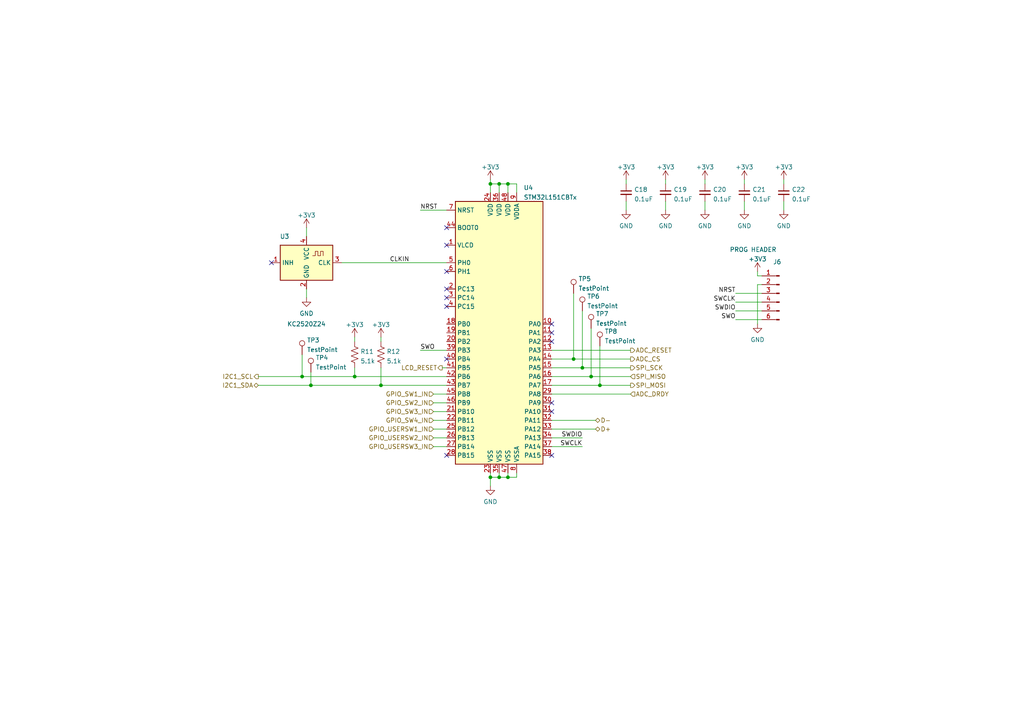
<source format=kicad_sch>
(kicad_sch (version 20211123) (generator eeschema)
  (paper "A4")
  (title_block (title "Microcontroller") (date "2022-08-27") (rev "1.0") (company "AUTHOR: Sahil Kale"))
  (lib_symbols
    (symbol "Connector:Conn_01x06_Male" (pin_names (offset 1.016) hide)
      (property "Reference" "J" (at 0 7.62 0))
      (property "Value" "Conn_01x06_Male" (at 0 -10.16 0))
      (symbol "Conn_01x06_Male_1_1"
        (polyline (pts (xy 1.27 -7.62) (xy 0.8636 -7.62)) (stroke (width 0.1524)))
        (polyline (pts (xy 1.27 -5.08) (xy 0.8636 -5.08)) (stroke (width 0.1524)))
        (polyline (pts (xy 1.27 -2.54) (xy 0.8636 -2.54)) (stroke (width 0.1524)))
        (polyline (pts (xy 1.27 0) (xy 0.8636 0)) (stroke (width 0.1524)))
        (polyline (pts (xy 1.27 2.54) (xy 0.8636 2.54)) (stroke (width 0.1524)))
        (polyline (pts (xy 1.27 5.08) (xy 0.8636 5.08)) (stroke (width 0.1524)))
        (rectangle (start 0.8636 -7.493) (end 0 -7.747) (stroke (width 0.1524)) (fill (type outline)))
        (rectangle (start 0.8636 -4.953) (end 0 -5.207) (stroke (width 0.1524)) (fill (type outline)))
        (rectangle (start 0.8636 -2.413) (end 0 -2.667) (stroke (width 0.1524)) (fill (type outline)))
        (rectangle (start 0.8636 0.127) (end 0 -0.127) (stroke (width 0.1524)) (fill (type outline)))
        (rectangle (start 0.8636 2.667) (end 0 2.413) (stroke (width 0.1524)) (fill (type outline)))
        (rectangle (start 0.8636 5.207) (end 0 4.953) (stroke (width 0.1524)) (fill (type outline)))
        (pin passive line (at 5.08 5.08 180) (length 3.81) (name "Pin_1") (number "1"))
        (pin passive line (at 5.08 2.54 180) (length 3.81) (name "Pin_2") (number "2"))
        (pin passive line (at 5.08 0 180) (length 3.81) (name "Pin_3") (number "3"))
        (pin passive line (at 5.08 -2.54 180) (length 3.81) (name "Pin_4") (number "4"))
        (pin passive line (at 5.08 -5.08 180) (length 3.81) (name "Pin_5") (number "5"))
        (pin passive line (at 5.08 -7.62 180) (length 3.81) (name "Pin_6") (number "6"))
      )
    )
    (symbol "Connector:TestPoint" (pin_numbers hide) (pin_names (offset 0.762) hide)
      (property "Reference" "TP" (at 0 6.858 0))
      (property "Value" "TestPoint" (at 0 5.08 0))
      (symbol "TestPoint_0_1"
        (circle (center 0 3.302) (radius 0.762))
      )
      (symbol "TestPoint_1_1"
        (pin passive line (at 0 0 90) (length 2.54) (name "1") (number "1"))
      )
    )
    (symbol "Device:C_Small" (pin_numbers hide) (pin_names (offset 0.254) hide)
      (property "Reference" "C" (at 0.254 1.778 0))
      (property "Value" "C_Small" (at 0.254 -2.032 0))
      (symbol "C_Small_0_1"
        (polyline (pts (xy -1.524 -0.508) (xy 1.524 -0.508)) (stroke (width 0.3302)))
        (polyline (pts (xy -1.524 0.508) (xy 1.524 0.508)) (stroke (width 0.3048)))
      )
      (symbol "C_Small_1_1"
        (pin passive line (at 0 2.54 270) (length 2.032) (name "~") (number "1"))
        (pin passive line (at 0 -2.54 90) (length 2.032) (name "~") (number "2"))
      )
    )
    (symbol "Device:R_US" (pin_numbers hide) (pin_names (offset 0))
      (property "Reference" "R" (at 2.54 0 90))
      (property "Value" "R_US" (at -2.54 0 90))
      (symbol "R_US_0_1"
        (polyline (pts (xy 0 -2.286) (xy 0 -2.54)))
        (polyline (pts (xy 0 2.286) (xy 0 2.54)))
        (polyline (pts (xy 0 -0.762) (xy 1.016 -1.143) (xy 0 -1.524) (xy -1.016 -1.905) (xy 0 -2.286)))
        (polyline (pts (xy 0 0.762) (xy 1.016 0.381) (xy 0 0) (xy -1.016 -0.381) (xy 0 -0.762)))
        (polyline (pts (xy 0 2.286) (xy 1.016 1.905) (xy 0 1.524) (xy -1.016 1.143) (xy 0 0.762)))
      )
      (symbol "R_US_1_1"
        (pin passive line (at 0 3.81 270) (length 1.27) (name "~") (number "1"))
        (pin passive line (at 0 -3.81 90) (length 1.27) (name "~") (number "2"))
      )
    )
    (symbol "MCU_ST_STM32L1:STM32L151CBTx"
      (property "Reference" "U" (at -12.7 39.37 0))
      (property "Value" "STM32L151CBTx" (at 7.62 39.37 0))
      (symbol "STM32L151CBTx_0_1"
        (rectangle (start -12.7 -38.1) (end 12.7 38.1) (stroke (width 0.254)) (fill (type background)))
      )
      (symbol "STM32L151CBTx_1_1"
        (pin power_in line (at -15.24 25.4 0) (length 2.54) (name "VLCD") (number "1"))
        (pin bidirectional line (at 15.24 2.54 180) (length 2.54) (name "PA0") (number "10"))
        (pin bidirectional line (at 15.24 0 180) (length 2.54) (name "PA1") (number "11"))
        (pin bidirectional line (at 15.24 -2.54 180) (length 2.54) (name "PA2") (number "12"))
        (pin bidirectional line (at 15.24 -5.08 180) (length 2.54) (name "PA3") (number "13"))
        (pin bidirectional line (at 15.24 -7.62 180) (length 2.54) (name "PA4") (number "14"))
        (pin bidirectional line (at 15.24 -10.16 180) (length 2.54) (name "PA5") (number "15"))
        (pin bidirectional line (at 15.24 -12.7 180) (length 2.54) (name "PA6") (number "16"))
        (pin bidirectional line (at 15.24 -15.24 180) (length 2.54) (name "PA7") (number "17"))
        (pin bidirectional line (at -15.24 2.54 0) (length 2.54) (name "PB0") (number "18"))
        (pin bidirectional line (at -15.24 0 0) (length 2.54) (name "PB1") (number "19"))
        (pin bidirectional line (at -15.24 12.7 0) (length 2.54) (name "PC13") (number "2"))
        (pin bidirectional line (at -15.24 -2.54 0) (length 2.54) (name "PB2") (number "20"))
        (pin bidirectional line (at -15.24 -22.86 0) (length 2.54) (name "PB10") (number "21"))
        (pin bidirectional line (at -15.24 -25.4 0) (length 2.54) (name "PB11") (number "22"))
        (pin power_in line (at -2.54 -40.64 90) (length 2.54) (name "VSS") (number "23"))
        (pin power_in line (at -2.54 40.64 270) (length 2.54) (name "VDD") (number "24"))
        (pin bidirectional line (at -15.24 -27.94 0) (length 2.54) (name "PB12") (number "25"))
        (pin bidirectional line (at -15.24 -30.48 0) (length 2.54) (name "PB13") (number "26"))
        (pin bidirectional line (at -15.24 -33.02 0) (length 2.54) (name "PB14") (number "27"))
        (pin bidirectional line (at -15.24 -35.56 0) (length 2.54) (name "PB15") (number "28"))
        (pin bidirectional line (at 15.24 -17.78 180) (length 2.54) (name "PA8") (number "29"))
        (pin bidirectional line (at -15.24 10.16 0) (length 2.54) (name "PC14") (number "3"))
        (pin bidirectional line (at 15.24 -20.32 180) (length 2.54) (name "PA9") (number "30"))
        (pin bidirectional line (at 15.24 -22.86 180) (length 2.54) (name "PA10") (number "31"))
        (pin bidirectional line (at 15.24 -25.4 180) (length 2.54) (name "PA11") (number "32"))
        (pin bidirectional line (at 15.24 -27.94 180) (length 2.54) (name "PA12") (number "33"))
        (pin bidirectional line (at 15.24 -30.48 180) (length 2.54) (name "PA13") (number "34"))
        (pin power_in line (at 0 -40.64 90) (length 2.54) (name "VSS") (number "35"))
        (pin power_in line (at 0 40.64 270) (length 2.54) (name "VDD") (number "36"))
        (pin bidirectional line (at 15.24 -33.02 180) (length 2.54) (name "PA14") (number "37"))
        (pin bidirectional line (at 15.24 -35.56 180) (length 2.54) (name "PA15") (number "38"))
        (pin bidirectional line (at -15.24 -5.08 0) (length 2.54) (name "PB3") (number "39"))
        (pin bidirectional line (at -15.24 7.62 0) (length 2.54) (name "PC15") (number "4"))
        (pin bidirectional line (at -15.24 -7.62 0) (length 2.54) (name "PB4") (number "40"))
        (pin bidirectional line (at -15.24 -10.16 0) (length 2.54) (name "PB5") (number "41"))
        (pin bidirectional line (at -15.24 -12.7 0) (length 2.54) (name "PB6") (number "42"))
        (pin bidirectional line (at -15.24 -15.24 0) (length 2.54) (name "PB7") (number "43"))
        (pin input line (at -15.24 30.48 0) (length 2.54) (name "BOOT0") (number "44"))
        (pin bidirectional line (at -15.24 -17.78 0) (length 2.54) (name "PB8") (number "45"))
        (pin bidirectional line (at -15.24 -20.32 0) (length 2.54) (name "PB9") (number "46"))
        (pin power_in line (at 2.54 -40.64 90) (length 2.54) (name "VSS") (number "47"))
        (pin power_in line (at 2.54 40.64 270) (length 2.54) (name "VDD") (number "48"))
        (pin input line (at -15.24 20.32 0) (length 2.54) (name "PH0") (number "5"))
        (pin input line (at -15.24 17.78 0) (length 2.54) (name "PH1") (number "6"))
        (pin input line (at -15.24 35.56 0) (length 2.54) (name "NRST") (number "7"))
        (pin power_in line (at 5.08 -40.64 90) (length 2.54) (name "VSSA") (number "8"))
        (pin power_in line (at 5.08 40.64 270) (length 2.54) (name "VDDA") (number "9"))
      )
    )
    (symbol "Oscillator:KC2520Z"
      (property "Reference" "U" (at 2.54 12.7 0))
      (property "Value" "KC2520Z" (at 6.35 10.16 0))
      (symbol "KC2520Z_0_1"
        (rectangle (start -7.62 5.08) (end 7.62 -5.08) (stroke (width 0.254)) (fill (type background)))
      )
      (symbol "KC2520Z_1_1"
        (polyline (pts (xy 1.778 2.032) (xy 2.54 2.032) (xy 2.54 3.302) (xy 3.302 3.302) (xy 3.302 2.032) (xy 4.064 2.032) (xy 4.064 3.302) (xy 4.826 3.302) (xy 4.826 2.032)))
        (pin input line (at -10.16 0 0) (length 2.54) (name "INH") (number "1"))
        (pin power_in line (at 0 -7.62 90) (length 2.54) (name "GND") (number "2"))
        (pin output line (at 10.16 0 180) (length 2.54) (name "CLK") (number "3"))
        (pin power_in line (at 0 7.62 270) (length 2.54) (name "VCC") (number "4"))
      )
    )
    (symbol "power:+3V3" (power) (pin_names (offset 0))
      (property "Value" "+3V3" (at 0 3.556 0))
      (symbol "+3V3_0_1"
        (polyline (pts (xy -0.762 1.27) (xy 0 2.54)))
        (polyline (pts (xy 0 0) (xy 0 2.54)))
        (polyline (pts (xy 0 2.54) (xy 0.762 1.27)))
      )
      (symbol "+3V3_1_1"
        (pin power_in line (at 0 0 90) (length 0) hide (name "+3V3") (number "1"))
      )
    )
    (symbol "power:GND" (power) (pin_names (offset 0))
      (property "Value" "GND" (at 0 -3.81 0))
      (symbol "GND_0_1"
        (polyline (pts (xy 0 0) (xy 0 -1.27) (xy 1.27 -1.27) (xy 0 -2.54) (xy -1.27 -1.27) (xy 0 -1.27)))
      )
      (symbol "GND_1_1"
        (pin power_in line (at 0 0 270) (length 0) hide (name "GND") (number "1"))
      )
    )
  )
  (junction (at 147.32 138.43))
  (junction (at 110.49 111.76))
  (junction (at 87.63 109.22))
  (junction (at 147.32 53.34))
  (junction (at 142.24 53.34))
  (junction (at 171.45 109.22))
  (junction (at 173.99 111.76))
  (junction (at 144.78 53.34))
  (junction (at 102.87 109.22))
  (junction (at 168.91 106.68))
  (junction (at 166.37 104.14))
  (junction (at 144.78 138.43))
  (junction (at 142.24 138.43))
  (junction (at 90.17 111.76))
  (no_connect (at 129.54 86.36))
  (no_connect (at 129.54 88.9))
  (no_connect (at 129.54 104.14))
  (no_connect (at 160.02 96.52))
  (no_connect (at 160.02 99.06))
  (no_connect (at 160.02 93.98))
  (no_connect (at 160.02 132.08))
  (no_connect (at 129.54 83.82))
  (no_connect (at 129.54 78.74))
  (no_connect (at 129.54 66.04))
  (no_connect (at 129.54 71.12))
  (no_connect (at 78.74 76.2))
  (no_connect (at 129.54 132.08))
  (no_connect (at 160.02 119.38))
  (no_connect (at 160.02 116.84))
  (wire (pts (xy 125.73 127) (xy 129.54 127)))
  (wire (pts (xy 87.63 109.22) (xy 102.87 109.22)))
  (wire (pts (xy 142.24 137.16) (xy 142.24 138.43)))
  (wire (pts (xy 142.24 52.07) (xy 142.24 53.34)))
  (wire (pts (xy 144.78 53.34) (xy 144.78 55.88)))
  (wire (pts (xy 142.24 138.43) (xy 142.24 140.97)))
  (wire (pts (xy 142.24 53.34) (xy 144.78 53.34)))
  (wire (pts (xy 160.02 124.46) (xy 172.72 124.46)))
  (wire (pts (xy 102.87 109.22) (xy 129.54 109.22)))
  (wire (pts (xy 147.32 138.43) (xy 147.32 137.16)))
  (wire (pts (xy 215.9 52.07) (xy 215.9 53.34)))
  (wire (pts (xy 204.47 52.07) (xy 204.47 53.34)))
  (wire (pts (xy 173.99 111.76) (xy 182.88 111.76)))
  (wire (pts (xy 181.61 52.07) (xy 181.61 53.34)))
  (wire (pts (xy 121.92 60.96) (xy 129.54 60.96)))
  (wire (pts (xy 125.73 116.84) (xy 129.54 116.84)))
  (wire (pts (xy 88.9 66.04) (xy 88.9 68.58)))
  (wire (pts (xy 181.61 58.42) (xy 181.61 60.96)))
  (wire (pts (xy 171.45 109.22) (xy 182.88 109.22)))
  (wire (pts (xy 125.73 121.92) (xy 129.54 121.92)))
  (wire (pts (xy 160.02 127) (xy 168.91 127)))
  (wire (pts (xy 99.06 76.2) (xy 129.54 76.2)))
  (wire (pts (xy 110.49 106.68) (xy 110.49 111.76)))
  (wire (pts (xy 160.02 109.22) (xy 171.45 109.22)))
  (wire (pts (xy 160.02 121.92) (xy 172.72 121.92)))
  (wire (pts (xy 204.47 58.42) (xy 204.47 60.96)))
  (wire (pts (xy 227.33 58.42) (xy 227.33 60.96)))
  (wire (pts (xy 125.73 124.46) (xy 129.54 124.46)))
  (wire (pts (xy 160.02 111.76) (xy 173.99 111.76)))
  (wire (pts (xy 87.63 102.87) (xy 87.63 109.22)))
  (wire (pts (xy 215.9 58.42) (xy 215.9 60.96)))
  (wire (pts (xy 168.91 90.17) (xy 168.91 106.68)))
  (wire (pts (xy 193.04 58.42) (xy 193.04 60.96)))
  (wire (pts (xy 142.24 138.43) (xy 144.78 138.43)))
  (wire (pts (xy 90.17 111.76) (xy 110.49 111.76)))
  (wire (pts (xy 166.37 85.09) (xy 166.37 104.14)))
  (wire (pts (xy 173.99 100.33) (xy 173.99 111.76)))
  (wire (pts (xy 142.24 53.34) (xy 142.24 55.88)))
  (wire (pts (xy 193.04 52.07) (xy 193.04 53.34)))
  (wire (pts (xy 125.73 129.54) (xy 129.54 129.54)))
  (wire (pts (xy 220.98 90.17) (xy 213.36 90.17)))
  (wire (pts (xy 88.9 83.82) (xy 88.9 86.36)))
  (wire (pts (xy 227.33 52.07) (xy 227.33 53.34)))
  (wire (pts (xy 90.17 107.95) (xy 90.17 111.76)))
  (wire (pts (xy 147.32 138.43) (xy 149.86 138.43)))
  (wire (pts (xy 219.71 78.74) (xy 219.71 80.01)))
  (wire (pts (xy 220.98 85.09) (xy 213.36 85.09)))
  (wire (pts (xy 144.78 138.43) (xy 147.32 138.43)))
  (wire (pts (xy 74.93 109.22) (xy 87.63 109.22)))
  (wire (pts (xy 110.49 111.76) (xy 129.54 111.76)))
  (wire (pts (xy 220.98 92.71) (xy 213.36 92.71)))
  (wire (pts (xy 125.73 119.38) (xy 129.54 119.38)))
  (wire (pts (xy 220.98 87.63) (xy 213.36 87.63)))
  (wire (pts (xy 219.71 80.01) (xy 220.98 80.01)))
  (wire (pts (xy 110.49 97.79) (xy 110.49 99.06)))
  (wire (pts (xy 121.92 101.6) (xy 129.54 101.6)))
  (wire (pts (xy 219.71 93.98) (xy 219.71 82.55)))
  (wire (pts (xy 149.86 53.34) (xy 149.86 55.88)))
  (wire (pts (xy 144.78 138.43) (xy 144.78 137.16)))
  (wire (pts (xy 160.02 114.3) (xy 182.88 114.3)))
  (wire (pts (xy 102.87 106.68) (xy 102.87 109.22)))
  (wire (pts (xy 147.32 53.34) (xy 149.86 53.34)))
  (wire (pts (xy 147.32 53.34) (xy 147.32 55.88)))
  (wire (pts (xy 125.73 114.3) (xy 129.54 114.3)))
  (wire (pts (xy 166.37 104.14) (xy 182.88 104.14)))
  (wire (pts (xy 74.93 111.76) (xy 90.17 111.76)))
  (wire (pts (xy 160.02 129.54) (xy 168.91 129.54)))
  (wire (pts (xy 171.45 95.25) (xy 171.45 109.22)))
  (wire (pts (xy 144.78 53.34) (xy 147.32 53.34)))
  (wire (pts (xy 149.86 138.43) (xy 149.86 137.16)))
  (wire (pts (xy 160.02 106.68) (xy 168.91 106.68)))
  (wire (pts (xy 168.91 106.68) (xy 182.88 106.68)))
  (wire (pts (xy 219.71 82.55) (xy 220.98 82.55)))
  (wire (pts (xy 102.87 97.79) (xy 102.87 99.06)))
  (wire (pts (xy 128.27 106.68) (xy 129.54 106.68)))
  (wire (pts (xy 160.02 104.14) (xy 166.37 104.14)))
  (wire (pts (xy 160.02 101.6) (xy 182.88 101.6)))
  (label "SWO" (at 213.36 92.71 180))
  (label "NRST" (at 213.36 85.09 180))
  (label "NRST" (at 121.92 60.96 0))
  (label "SWDIO" (at 168.91 127 180))
  (label "SWO" (at 121.92 101.6 0))
  (label "SWCLK" (at 168.91 129.54 180))
  (label "SWCLK" (at 213.36 87.63 180))
  (label "CLKIN" (at 113.03 76.2 0))
  (label "SWDIO" (at 213.36 90.17 180))
  (hierarchical_label "SPI_MOSI" (shape output) (at 182.88 111.76 0))
  (hierarchical_label "ADC_DRDY" (shape input) (at 182.88 114.3 0))
  (hierarchical_label "D-" (shape bidirectional) (at 172.72 121.92 0))
  (hierarchical_label "ADC_RESET" (shape output) (at 182.88 101.6 0))
  (hierarchical_label "GPIO_SW4_IN" (shape input) (at 125.73 121.92 180))
  (hierarchical_label "SPI_MISO" (shape input) (at 182.88 109.22 0))
  (hierarchical_label "I2C1_SCL" (shape output) (at 74.93 109.22 180))
  (hierarchical_label "I2C1_SDA" (shape bidirectional) (at 74.93 111.76 180))
  (hierarchical_label "GPIO_USERSW1_IN" (shape input) (at 125.73 124.46 180))
  (hierarchical_label "D+" (shape bidirectional) (at 172.72 124.46 0))
  (hierarchical_label "GPIO_SW1_IN" (shape input) (at 125.73 114.3 180))
  (hierarchical_label "LCD_RESET" (shape output) (at 128.27 106.68 180))
  (hierarchical_label "GPIO_SW2_IN" (shape input) (at 125.73 116.84 180))
  (hierarchical_label "GPIO_USERSW3_IN" (shape input) (at 125.73 129.54 180))
  (hierarchical_label "SPI_SCK" (shape output) (at 182.88 106.68 0))
  (hierarchical_label "GPIO_USERSW2_IN" (shape input) (at 125.73 127 180))
  (hierarchical_label "ADC_CS" (shape output) (at 182.88 104.14 0))
  (hierarchical_label "GPIO_SW3_IN" (shape input) (at 125.73 119.38 180))
  (symbol (lib_id "Device:R_US") (at 110.49 102.87 0) (unit 1)
    (property "Reference" "R12" (at 112.141 101.9615 0) (effects (justify left)))
    (property "Value" "5.1k" (at 112.141 104.7366 0) (effects (justify left)))
    (property "Footprint" "Resistor_SMD:R_0603_1608Metric_Pad0.98x0.95mm_HandSolder" (effects hide))
    (property "Digikey Part Number" "RMCF0603JT5K10CT-ND" (effects hide))
  )
  (symbol (lib_id "Device:C_Small") (at 204.47 55.88 0) (unit 1)
    (property "Reference" "C20" (at 206.7941 54.9778 0) (effects (justify left)))
    (property "Value" "0.1uF" (at 206.7941 57.7529 0) (effects (justify left)))
    (property "Footprint" "Capacitor_SMD:C_0603_1608Metric_Pad1.08x0.95mm_HandSolder" (effects hide))
  )
  (symbol (lib_id "power:GND") (at 142.24 140.97 0) (unit 1)
    (property "Reference" "#PWR0149" (effects hide))
    (property "Value" "GND" (at 142.24 145.5325 0))
  )
  (symbol (lib_id "power:+3V3") (at 219.71 78.74 0) (mirror y) (unit 1)
    (property "Reference" "#PWR0148" (effects hide))
    (property "Value" "+3V3" (at 219.71 75.1355 0))
  )
  (symbol (lib_id "power:+3V3") (at 142.24 52.07 0) (unit 1)
    (property "Reference" "#PWR0146" (effects hide))
    (property "Value" "+3V3" (at 142.24 48.4655 0))
  )
  (symbol (lib_id "power:GND") (at 219.71 93.98 0) (mirror y) (unit 1)
    (property "Reference" "#PWR0147" (effects hide))
    (property "Value" "GND" (at 219.71 98.5425 0))
  )
  (symbol (lib_id "power:+3V3") (at 88.9 66.04 0) (unit 1)
    (property "Reference" "#PWR0142" (effects hide))
    (property "Value" "+3V3" (at 88.9 62.4355 0))
  )
  (symbol (lib_id "Connector:TestPoint") (at 168.91 90.17 0) (unit 1)
    (property "Reference" "TP6" (at 170.307 85.9595 0) (effects (justify left)))
    (property "Value" "TestPoint" (at 170.307 88.7346 0) (effects (justify left)))
    (property "Footprint" "TestPoint:TestPoint_Pad_D1.0mm" (effects hide))
  )
  (symbol (lib_id "power:+3V3") (at 110.49 97.79 0) (unit 1)
    (property "Reference" "#PWR0143" (effects hide))
    (property "Value" "+3V3" (at 110.49 94.1855 0))
  )
  (symbol (lib_id "power:GND") (at 215.9 60.96 0) (unit 1)
    (property "Reference" "#PWR0172" (effects hide))
    (property "Value" "GND" (at 215.9 65.5225 0))
  )
  (symbol (lib_id "Connector:Conn_01x06_Male") (at 226.06 85.09 0) (mirror y) (unit 1)
    (property "Reference" "J6" (at 225.425 75.9673 0))
    (property "Value" "PROG HEADER" (at 218.44 72.39 0))
    (property "Footprint" "Connector_PinHeader_2.54mm:PinHeader_1x06_P2.54mm_Vertical" (effects hide))
  )
  (symbol (lib_id "Device:C_Small") (at 181.61 55.88 0) (unit 1)
    (property "Reference" "C18" (at 183.9341 54.9778 0) (effects (justify left)))
    (property "Value" "0.1uF" (at 183.9341 57.7529 0) (effects (justify left)))
    (property "Footprint" "Capacitor_SMD:C_0603_1608Metric_Pad1.08x0.95mm_HandSolder" (effects hide))
  )
  (symbol (lib_id "power:+3V3") (at 215.9 52.07 0) (unit 1)
    (property "Reference" "#PWR0173" (effects hide))
    (property "Value" "+3V3" (at 215.9 48.4655 0))
  )
  (symbol (lib_id "Connector:TestPoint") (at 87.63 102.87 0) (unit 1)
    (property "Reference" "TP3" (at 89.027 98.6595 0) (effects (justify left)))
    (property "Value" "TestPoint" (at 89.027 101.4346 0) (effects (justify left)))
    (property "Footprint" "TestPoint:TestPoint_Pad_D1.0mm" (effects hide))
  )
  (symbol (lib_id "power:+3V3") (at 204.47 52.07 0) (unit 1)
    (property "Reference" "#PWR0177" (effects hide))
    (property "Value" "+3V3" (at 204.47 48.4655 0))
  )
  (symbol (lib_id "Device:R_US") (at 102.87 102.87 0) (unit 1)
    (property "Reference" "R11" (at 104.521 101.9615 0) (effects (justify left)))
    (property "Value" "5.1k" (at 104.521 104.7366 0) (effects (justify left)))
    (property "Footprint" "Resistor_SMD:R_0603_1608Metric_Pad0.98x0.95mm_HandSolder" (effects hide))
    (property "Digikey Part Number" "RMCF0603JT5K10CT-ND" (effects hide))
  )
  (symbol (lib_id "MCU_ST_STM32L1:STM32L151CBTx") (at 144.78 96.52 0) (unit 1)
    (property "Reference" "U4" (at 151.8794 54.4535 0) (effects (justify left)))
    (property "Value" "STM32L151CBTx" (at 151.8794 57.2286 0) (effects (justify left)))
    (property "Footprint" "Package_QFP:LQFP-48_7x7mm_P0.5mm" (effects hide))
    (property "Datasheet" "http://www.st.com/st-web-ui/static/active/en/resource/technical/document/datasheet/CD00277537.pdf" (effects hide))
    (property "Digikey Part Number" "497-11191-ND" (effects hide))
  )
  (symbol (lib_id "Device:C_Small") (at 193.04 55.88 0) (unit 1)
    (property "Reference" "C19" (at 195.3641 54.9778 0) (effects (justify left)))
    (property "Value" "0.1uF" (at 195.3641 57.7529 0) (effects (justify left)))
    (property "Footprint" "Capacitor_SMD:C_0603_1608Metric_Pad1.08x0.95mm_HandSolder" (effects hide))
  )
  (symbol (lib_id "power:+3V3") (at 193.04 52.07 0) (unit 1)
    (property "Reference" "#PWR0169" (effects hide))
    (property "Value" "+3V3" (at 193.04 48.4655 0))
  )
  (symbol (lib_id "power:+3V3") (at 181.61 52.07 0) (unit 1)
    (property "Reference" "#PWR0168" (effects hide))
    (property "Value" "+3V3" (at 181.61 48.4655 0))
  )
  (symbol (lib_id "Oscillator:KC2520Z") (at 88.9 76.2 0) (unit 1)
    (property "Reference" "U3" (at 82.55 68.58 0))
    (property "Value" "KC2520Z24" (at 88.9 93.98 0))
    (property "Footprint" "Oscillator:Oscillator_SMD_Kyocera_KC2520Z-4Pin_2.5x2.0mm" (effects hide))
    (property "Datasheet" "https://global.kyocera.com/prdct/electro/product/pdf/clock_z_xz_e.pdf" (effects hide))
    (property "Digikey Part Number" "478-KC2520Z24.0000C15XXKCT-ND" (effects hide))
  )
  (symbol (lib_id "power:+3V3") (at 227.33 52.07 0) (unit 1)
    (property "Reference" "#PWR0171" (effects hide))
    (property "Value" "+3V3" (at 227.33 48.4655 0))
  )
  (symbol (lib_id "power:GND") (at 88.9 86.36 0) (unit 1)
    (property "Reference" "#PWR0145" (effects hide))
    (property "Value" "GND" (at 88.9 90.9225 0))
  )
  (symbol (lib_id "power:GND") (at 193.04 60.96 0) (unit 1)
    (property "Reference" "#PWR0175" (effects hide))
    (property "Value" "GND" (at 193.04 65.5225 0))
  )
  (symbol (lib_id "Connector:TestPoint") (at 90.17 107.95 0) (unit 1)
    (property "Reference" "TP4" (at 91.567 103.7395 0) (effects (justify left)))
    (property "Value" "TestPoint" (at 91.567 106.5146 0) (effects (justify left)))
    (property "Footprint" "TestPoint:TestPoint_Pad_D1.0mm" (effects hide))
  )
  (symbol (lib_id "power:GND") (at 227.33 60.96 0) (unit 1)
    (property "Reference" "#PWR0174" (effects hide))
    (property "Value" "GND" (at 227.33 65.5225 0))
  )
  (symbol (lib_id "power:GND") (at 204.47 60.96 0) (unit 1)
    (property "Reference" "#PWR0176" (effects hide))
    (property "Value" "GND" (at 204.47 65.5225 0))
  )
  (symbol (lib_id "Connector:TestPoint") (at 166.37 85.09 0) (unit 1)
    (property "Reference" "TP5" (at 167.767 80.8795 0) (effects (justify left)))
    (property "Value" "TestPoint" (at 167.767 83.6546 0) (effects (justify left)))
    (property "Footprint" "TestPoint:TestPoint_Pad_D1.0mm" (effects hide))
  )
  (symbol (lib_id "power:+3V3") (at 102.87 97.79 0) (unit 1)
    (property "Reference" "#PWR0144" (effects hide))
    (property "Value" "+3V3" (at 102.87 94.1855 0))
  )
  (symbol (lib_id "Connector:TestPoint") (at 173.99 100.33 0) (unit 1)
    (property "Reference" "TP8" (at 175.387 96.1195 0) (effects (justify left)))
    (property "Value" "TestPoint" (at 175.387 98.8946 0) (effects (justify left)))
    (property "Footprint" "TestPoint:TestPoint_Pad_D1.0mm" (effects hide))
  )
  (symbol (lib_id "Device:C_Small") (at 215.9 55.88 0) (unit 1)
    (property "Reference" "C21" (at 218.2241 54.9778 0) (effects (justify left)))
    (property "Value" "0.1uF" (at 218.2241 57.7529 0) (effects (justify left)))
    (property "Footprint" "Capacitor_SMD:C_0603_1608Metric_Pad1.08x0.95mm_HandSolder" (effects hide))
  )
  (symbol (lib_id "power:GND") (at 181.61 60.96 0) (unit 1)
    (property "Reference" "#PWR0170" (effects hide))
    (property "Value" "GND" (at 181.61 65.5225 0))
  )
  (symbol (lib_id "Connector:TestPoint") (at 171.45 95.25 0) (unit 1)
    (property "Reference" "TP7" (at 172.847 91.0395 0) (effects (justify left)))
    (property "Value" "TestPoint" (at 172.847 93.8146 0) (effects (justify left)))
    (property "Footprint" "TestPoint:TestPoint_Pad_D1.0mm" (effects hide))
  )
  (symbol (lib_id "Device:C_Small") (at 227.33 55.88 0) (unit 1)
    (property "Reference" "C22" (at 229.6541 54.9778 0) (effects (justify left)))
    (property "Value" "0.1uF" (at 229.6541 57.7529 0) (effects (justify left)))
    (property "Footprint" "Capacitor_SMD:C_0603_1608Metric_Pad1.08x0.95mm_HandSolder" (effects hide))
  )
)
</source>
